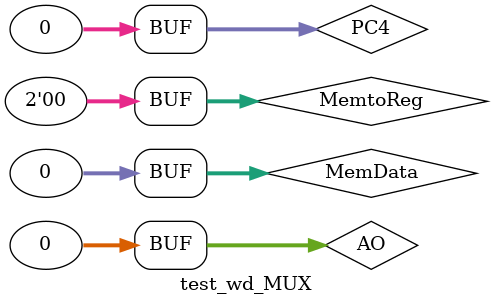
<source format=v>
`timescale 1ns / 1ps


module test_wd_MUX;

	// Inputs
	reg [31:0] AO;
	reg [31:0] MemData;
	reg [31:0] PC4;
	reg [1:0] MemtoReg;

	// Outputs
	wire [31:0] wd;

	// Instantiate the Unit Under Test (UUT)
	MUX_wd uut (
		.AO(AO), 
		.MemData(MemData), 
		.PC4(PC4), 
		.MemtoReg(MemtoReg), 
		.wd(wd)
	);

	initial begin
		// Initialize Inputs
		AO = 0;
		MemData = 0;
		PC4 = 0;
		MemtoReg = 0;

		// Wait 100 ns for global reset to finish
		#100;
        
		// Add stimulus here

	end
      
endmodule


</source>
